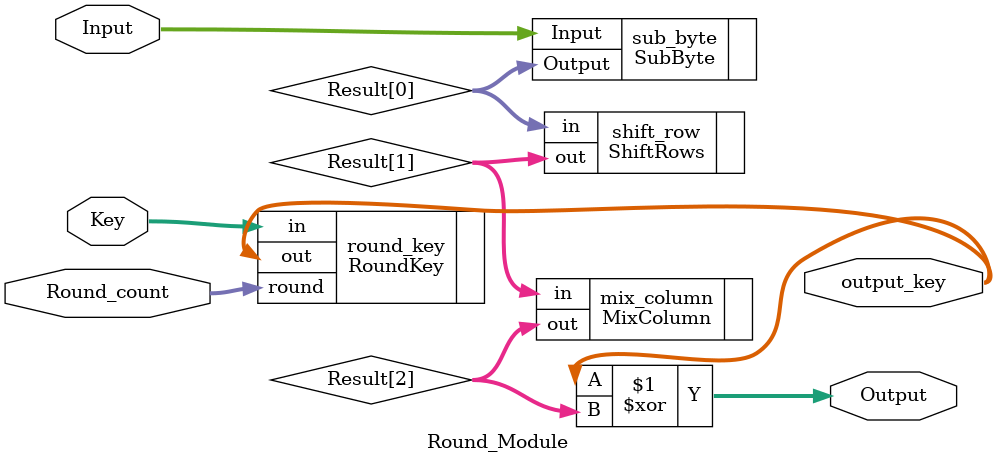
<source format=v>
`timescale 1ns / 1ps
module Round_Module(
    input [127:0] Input, 
    input [127:0] Key,
    input [3:0] Round_count,
    output [127:0] output_key,
    output [127:0] Output
);

wire [127:0] Result [0:2];

SubByte sub_byte(.Input(Input), .Output(Result[0]));
ShiftRows shift_row(.in(Result[0]), .out(Result[1]));
MixColumn mix_column(.in(Result[1]), .out(Result[2]));
RoundKey round_key(.round(Round_count), .in(Key), .out(output_key));

assign Output = output_key ^ Result[2];

endmodule

</source>
